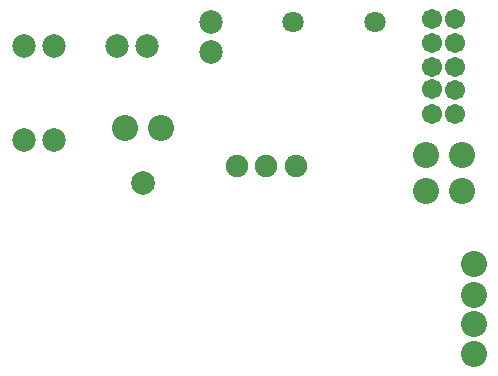
<source format=gbs>
G04 Layer: BottomSolderMaskLayer*
G04 EasyEDA v6.4.17, 2021-03-16T21:57:32--7:00*
G04 e57ce84d270c476cbb3b8f1c5158f271,debd25b7e7f645e7808fdd9718494454,10*
G04 Gerber Generator version 0.2*
G04 Scale: 100 percent, Rotated: No, Reflected: No *
G04 Dimensions in millimeters *
G04 leading zeros omitted , absolute positions ,4 integer and 5 decimal *
%FSLAX45Y45*%
%MOMM*%

%ADD28C,2.2032*%
%ADD29C,2.0033*%
%ADD30C,1.9912*%
%ADD32C,1.9032*%
%ADD33C,1.7032*%
%ADD36C,1.8032*%

%LPD*%
D28*
G01*
X9461500Y6743700D03*
G01*
X9766300Y6743700D03*
G01*
X9766300Y6438900D03*
G01*
X9461500Y6438900D03*
D29*
G01*
X7068794Y6509893D03*
D28*
G01*
X6918782Y6975881D03*
G01*
X7218781Y6975881D03*
D30*
G01*
X7099300Y7670800D03*
G01*
X6845300Y7670800D03*
G01*
X6311900Y6870700D03*
G01*
X6057900Y6870700D03*
G01*
X6311900Y7670800D03*
G01*
X6057900Y7670800D03*
G01*
X7645400Y7620000D03*
G01*
X7645400Y7874000D03*
D28*
G01*
X9867900Y5560821D03*
G01*
X9867087Y5820918D03*
G01*
X9867900Y5313934D03*
G01*
X9867900Y5058918D03*
D32*
G01*
X8361603Y6650634D03*
G01*
X8111413Y6650634D03*
G01*
X7861477Y6650634D03*
D33*
G01*
X9512300Y7093000D03*
G01*
X9512300Y7303008D03*
G01*
X9512300Y7493000D03*
G01*
X9512300Y7692999D03*
G01*
X9512300Y7892999D03*
G01*
X9712299Y7692999D03*
G01*
X9712299Y7493000D03*
G01*
X9712299Y7892999D03*
G01*
X9712299Y7293000D03*
G01*
X9712299Y7093000D03*
D36*
G01*
X9036811Y7874000D03*
G01*
X8336813Y7874000D03*
M02*

</source>
